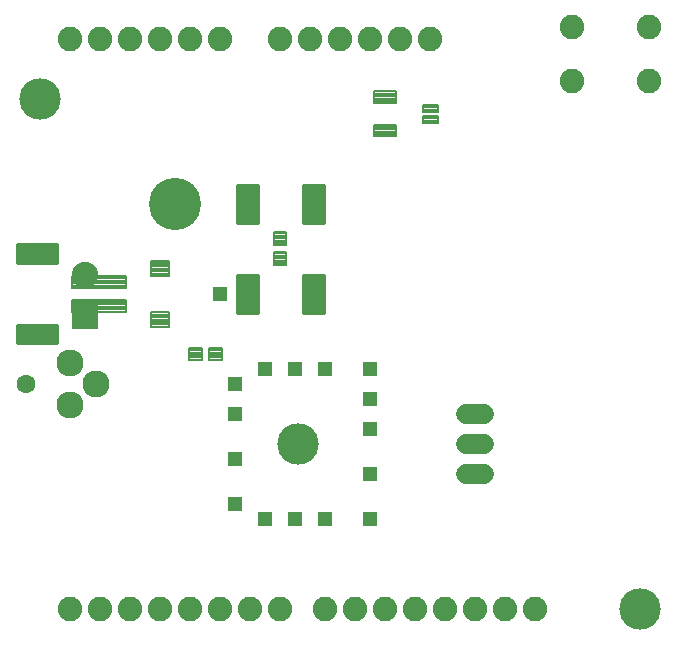
<source format=gts>
G75*
G70*
%OFA0B0*%
%FSLAX24Y24*%
%IPPOS*%
%LPD*%
%AMOC8*
5,1,8,0,0,1.08239X$1,22.5*
%
%ADD10C,0.0820*%
%ADD11C,0.1380*%
%ADD12C,0.0680*%
%ADD13C,0.0081*%
%ADD14C,0.0081*%
%ADD15C,0.0905*%
%ADD16C,0.0630*%
%ADD17C,0.0087*%
%ADD18C,0.0085*%
%ADD19R,0.0880X0.0880*%
%ADD20C,0.0880*%
%ADD21C,0.0082*%
%ADD22R,0.0476X0.0476*%
%ADD23C,0.1740*%
D10*
X002161Y001504D03*
X003161Y001504D03*
X004161Y001504D03*
X005161Y001504D03*
X006161Y001504D03*
X007161Y001504D03*
X008161Y001504D03*
X009161Y001504D03*
X010661Y001504D03*
X011661Y001504D03*
X012661Y001504D03*
X013661Y001504D03*
X014661Y001504D03*
X015661Y001504D03*
X016661Y001504D03*
X017661Y001504D03*
X018881Y019114D03*
X018881Y020894D03*
X021441Y020894D03*
X021441Y019114D03*
X014161Y020504D03*
X013161Y020504D03*
X012161Y020504D03*
X011161Y020504D03*
X010161Y020504D03*
X009161Y020504D03*
X007161Y020504D03*
X006161Y020504D03*
X005161Y020504D03*
X004161Y020504D03*
X003161Y020504D03*
X002161Y020504D03*
D11*
X001161Y018504D03*
X009761Y007004D03*
X021161Y001504D03*
D12*
X015961Y006004D02*
X015361Y006004D01*
X015361Y007004D02*
X015961Y007004D01*
X015961Y008004D02*
X015361Y008004D01*
D13*
X008964Y012953D02*
X008964Y013385D01*
X009358Y013385D01*
X009358Y012953D01*
X008964Y012953D01*
X008964Y013033D02*
X009358Y013033D01*
X009358Y013113D02*
X008964Y013113D01*
X008964Y013193D02*
X009358Y013193D01*
X009358Y013273D02*
X008964Y013273D01*
X008964Y013353D02*
X009358Y013353D01*
X008964Y013623D02*
X008964Y014055D01*
X009358Y014055D01*
X009358Y013623D01*
X008964Y013623D01*
X008964Y013703D02*
X009358Y013703D01*
X009358Y013783D02*
X008964Y013783D01*
X008964Y013863D02*
X009358Y013863D01*
X009358Y013943D02*
X008964Y013943D01*
X008964Y014023D02*
X009358Y014023D01*
X013015Y017256D02*
X013015Y017650D01*
X013015Y017256D02*
X012307Y017256D01*
X012307Y017650D01*
X013015Y017650D01*
X013015Y017336D02*
X012307Y017336D01*
X012307Y017416D02*
X013015Y017416D01*
X013015Y017496D02*
X012307Y017496D01*
X012307Y017576D02*
X013015Y017576D01*
X013015Y018358D02*
X013015Y018752D01*
X013015Y018358D02*
X012307Y018358D01*
X012307Y018752D01*
X013015Y018752D01*
X013015Y018438D02*
X012307Y018438D01*
X012307Y018518D02*
X013015Y018518D01*
X013015Y018598D02*
X012307Y018598D01*
X012307Y018678D02*
X013015Y018678D01*
X004023Y012595D02*
X004023Y012201D01*
X002213Y012201D01*
X002213Y012595D01*
X004023Y012595D01*
X004023Y012281D02*
X002213Y012281D01*
X002213Y012361D02*
X004023Y012361D01*
X004023Y012441D02*
X002213Y012441D01*
X002213Y012521D02*
X004023Y012521D01*
X004023Y011807D02*
X004023Y011413D01*
X002213Y011413D01*
X002213Y011807D01*
X004023Y011807D01*
X004023Y011493D02*
X002213Y011493D01*
X002213Y011573D02*
X004023Y011573D01*
X004023Y011653D02*
X002213Y011653D01*
X002213Y011733D02*
X004023Y011733D01*
X006111Y010201D02*
X006543Y010201D01*
X006543Y009807D01*
X006111Y009807D01*
X006111Y010201D01*
X006111Y009887D02*
X006543Y009887D01*
X006543Y009967D02*
X006111Y009967D01*
X006111Y010047D02*
X006543Y010047D01*
X006543Y010127D02*
X006111Y010127D01*
X006780Y010201D02*
X007212Y010201D01*
X007212Y009807D01*
X006780Y009807D01*
X006780Y010201D01*
X006780Y009887D02*
X007212Y009887D01*
X007212Y009967D02*
X006780Y009967D01*
X006780Y010047D02*
X007212Y010047D01*
X007212Y010127D02*
X006780Y010127D01*
D14*
X004872Y010907D02*
X004872Y011407D01*
X005450Y011407D01*
X005450Y010907D01*
X004872Y010907D01*
X004872Y010987D02*
X005450Y010987D01*
X005450Y011067D02*
X004872Y011067D01*
X004872Y011147D02*
X005450Y011147D01*
X005450Y011227D02*
X004872Y011227D01*
X004872Y011307D02*
X005450Y011307D01*
X005450Y011387D02*
X004872Y011387D01*
X005450Y012600D02*
X005450Y013100D01*
X005450Y012600D02*
X004872Y012600D01*
X004872Y013100D01*
X005450Y013100D01*
X005450Y012680D02*
X004872Y012680D01*
X004872Y012760D02*
X005450Y012760D01*
X005450Y012840D02*
X004872Y012840D01*
X004872Y012920D02*
X005450Y012920D01*
X005450Y013000D02*
X004872Y013000D01*
X004872Y013080D02*
X005450Y013080D01*
D15*
X002161Y009694D03*
X003031Y009004D03*
X002161Y008314D03*
D16*
X000701Y009004D03*
D17*
X007708Y012631D02*
X008410Y012631D01*
X008410Y011377D01*
X007708Y011377D01*
X007708Y012631D01*
X007708Y011463D02*
X008410Y011463D01*
X008410Y011549D02*
X007708Y011549D01*
X007708Y011635D02*
X008410Y011635D01*
X008410Y011721D02*
X007708Y011721D01*
X007708Y011807D02*
X008410Y011807D01*
X008410Y011893D02*
X007708Y011893D01*
X007708Y011979D02*
X008410Y011979D01*
X008410Y012065D02*
X007708Y012065D01*
X007708Y012151D02*
X008410Y012151D01*
X008410Y012237D02*
X007708Y012237D01*
X007708Y012323D02*
X008410Y012323D01*
X008410Y012409D02*
X007708Y012409D01*
X007708Y012495D02*
X008410Y012495D01*
X008410Y012581D02*
X007708Y012581D01*
X009913Y012631D02*
X010615Y012631D01*
X010615Y011377D01*
X009913Y011377D01*
X009913Y012631D01*
X009913Y011463D02*
X010615Y011463D01*
X010615Y011549D02*
X009913Y011549D01*
X009913Y011635D02*
X010615Y011635D01*
X010615Y011721D02*
X009913Y011721D01*
X009913Y011807D02*
X010615Y011807D01*
X010615Y011893D02*
X009913Y011893D01*
X009913Y011979D02*
X010615Y011979D01*
X010615Y012065D02*
X009913Y012065D01*
X009913Y012151D02*
X010615Y012151D01*
X010615Y012237D02*
X009913Y012237D01*
X009913Y012323D02*
X010615Y012323D01*
X010615Y012409D02*
X009913Y012409D01*
X009913Y012495D02*
X010615Y012495D01*
X010615Y012581D02*
X009913Y012581D01*
X009913Y015631D02*
X010615Y015631D01*
X010615Y014377D01*
X009913Y014377D01*
X009913Y015631D01*
X009913Y014463D02*
X010615Y014463D01*
X010615Y014549D02*
X009913Y014549D01*
X009913Y014635D02*
X010615Y014635D01*
X010615Y014721D02*
X009913Y014721D01*
X009913Y014807D02*
X010615Y014807D01*
X010615Y014893D02*
X009913Y014893D01*
X009913Y014979D02*
X010615Y014979D01*
X010615Y015065D02*
X009913Y015065D01*
X009913Y015151D02*
X010615Y015151D01*
X010615Y015237D02*
X009913Y015237D01*
X009913Y015323D02*
X010615Y015323D01*
X010615Y015409D02*
X009913Y015409D01*
X009913Y015495D02*
X010615Y015495D01*
X010615Y015581D02*
X009913Y015581D01*
X008410Y015631D02*
X007708Y015631D01*
X008410Y015631D02*
X008410Y014377D01*
X007708Y014377D01*
X007708Y015631D01*
X007708Y014463D02*
X008410Y014463D01*
X008410Y014549D02*
X007708Y014549D01*
X007708Y014635D02*
X008410Y014635D01*
X008410Y014721D02*
X007708Y014721D01*
X007708Y014807D02*
X008410Y014807D01*
X008410Y014893D02*
X007708Y014893D01*
X007708Y014979D02*
X008410Y014979D01*
X008410Y015065D02*
X007708Y015065D01*
X007708Y015151D02*
X008410Y015151D01*
X008410Y015237D02*
X007708Y015237D01*
X007708Y015323D02*
X008410Y015323D01*
X008410Y015409D02*
X007708Y015409D01*
X007708Y015495D02*
X008410Y015495D01*
X008410Y015581D02*
X007708Y015581D01*
D18*
X001738Y013656D02*
X000404Y013656D01*
X001738Y013656D02*
X001738Y013030D01*
X000404Y013030D01*
X000404Y013656D01*
X000404Y013114D02*
X001738Y013114D01*
X001738Y013198D02*
X000404Y013198D01*
X000404Y013282D02*
X001738Y013282D01*
X001738Y013366D02*
X000404Y013366D01*
X000404Y013450D02*
X001738Y013450D01*
X001738Y013534D02*
X000404Y013534D01*
X000404Y013618D02*
X001738Y013618D01*
X001738Y010978D02*
X000404Y010978D01*
X001738Y010978D02*
X001738Y010352D01*
X000404Y010352D01*
X000404Y010978D01*
X000404Y010436D02*
X001738Y010436D01*
X001738Y010520D02*
X000404Y010520D01*
X000404Y010604D02*
X001738Y010604D01*
X001738Y010688D02*
X000404Y010688D01*
X000404Y010772D02*
X001738Y010772D01*
X001738Y010856D02*
X000404Y010856D01*
X000404Y010940D02*
X001738Y010940D01*
D19*
X002661Y011254D03*
D20*
X002661Y012632D03*
D21*
X014410Y017703D02*
X014410Y017951D01*
X014410Y017703D02*
X013912Y017703D01*
X013912Y017951D01*
X014410Y017951D01*
X014410Y017784D02*
X013912Y017784D01*
X013912Y017865D02*
X014410Y017865D01*
X014410Y017946D02*
X013912Y017946D01*
X014410Y018057D02*
X014410Y018305D01*
X014410Y018057D02*
X013912Y018057D01*
X013912Y018305D01*
X014410Y018305D01*
X014410Y018138D02*
X013912Y018138D01*
X013912Y018219D02*
X014410Y018219D01*
X014410Y018300D02*
X013912Y018300D01*
D22*
X007161Y012004D03*
X008661Y009504D03*
X007661Y009004D03*
X007661Y008004D03*
X007661Y006504D03*
X007661Y005004D03*
X008661Y004504D03*
X009661Y004504D03*
X010661Y004504D03*
X012161Y004504D03*
X012161Y006004D03*
X012161Y007504D03*
X012161Y008504D03*
X012161Y009504D03*
X010661Y009504D03*
X009661Y009504D03*
D23*
X005661Y015004D03*
M02*

</source>
